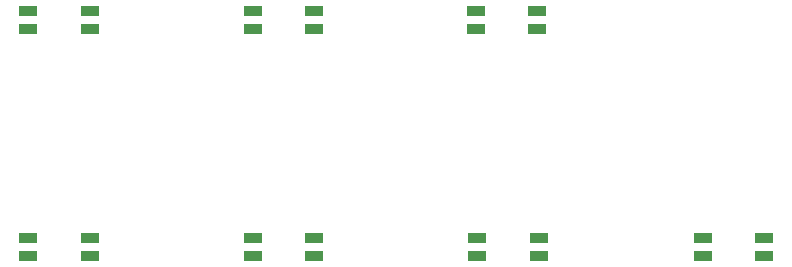
<source format=gbr>
%TF.GenerationSoftware,KiCad,Pcbnew,9.0.6*%
%TF.CreationDate,2025-11-29T18:30:52-05:00*%
%TF.ProjectId,Generalist_Macro,47656e65-7261-46c6-9973-745f4d616372,rev?*%
%TF.SameCoordinates,Original*%
%TF.FileFunction,Paste,Bot*%
%TF.FilePolarity,Positive*%
%FSLAX46Y46*%
G04 Gerber Fmt 4.6, Leading zero omitted, Abs format (unit mm)*
G04 Created by KiCad (PCBNEW 9.0.6) date 2025-11-29 18:30:52*
%MOMM*%
%LPD*%
G01*
G04 APERTURE LIST*
G04 Aperture macros list*
%AMRoundRect*
0 Rectangle with rounded corners*
0 $1 Rounding radius*
0 $2 $3 $4 $5 $6 $7 $8 $9 X,Y pos of 4 corners*
0 Add a 4 corners polygon primitive as box body*
4,1,4,$2,$3,$4,$5,$6,$7,$8,$9,$2,$3,0*
0 Add four circle primitives for the rounded corners*
1,1,$1+$1,$2,$3*
1,1,$1+$1,$4,$5*
1,1,$1+$1,$6,$7*
1,1,$1+$1,$8,$9*
0 Add four rect primitives between the rounded corners*
20,1,$1+$1,$2,$3,$4,$5,0*
20,1,$1+$1,$4,$5,$6,$7,0*
20,1,$1+$1,$6,$7,$8,$9,0*
20,1,$1+$1,$8,$9,$2,$3,0*%
G04 Aperture macros list end*
%ADD10RoundRect,0.082000X0.718000X-0.328000X0.718000X0.328000X-0.718000X0.328000X-0.718000X-0.328000X0*%
G04 APERTURE END LIST*
D10*
%TO.C,D14*%
X128312500Y-90650000D03*
X128312500Y-89150000D03*
X123112500Y-89150000D03*
X123112500Y-90650000D03*
%TD*%
%TO.C,D10*%
X90302500Y-71450000D03*
X90302500Y-69950000D03*
X85102500Y-69950000D03*
X85102500Y-71450000D03*
%TD*%
%TO.C,D11*%
X109312500Y-71450000D03*
X109312500Y-69950000D03*
X104112500Y-69950000D03*
X104112500Y-71450000D03*
%TD*%
%TO.C,D12*%
X128212500Y-71450000D03*
X128212500Y-69950000D03*
X123012500Y-69950000D03*
X123012500Y-71450000D03*
%TD*%
%TO.C,D13*%
X147402500Y-90650000D03*
X147402500Y-89150000D03*
X142202500Y-89150000D03*
X142202500Y-90650000D03*
%TD*%
%TO.C,D15*%
X109322500Y-90650000D03*
X109322500Y-89150000D03*
X104122500Y-89150000D03*
X104122500Y-90650000D03*
%TD*%
%TO.C,D16*%
X90312500Y-90650000D03*
X90312500Y-89150000D03*
X85112500Y-89150000D03*
X85112500Y-90650000D03*
%TD*%
M02*

</source>
